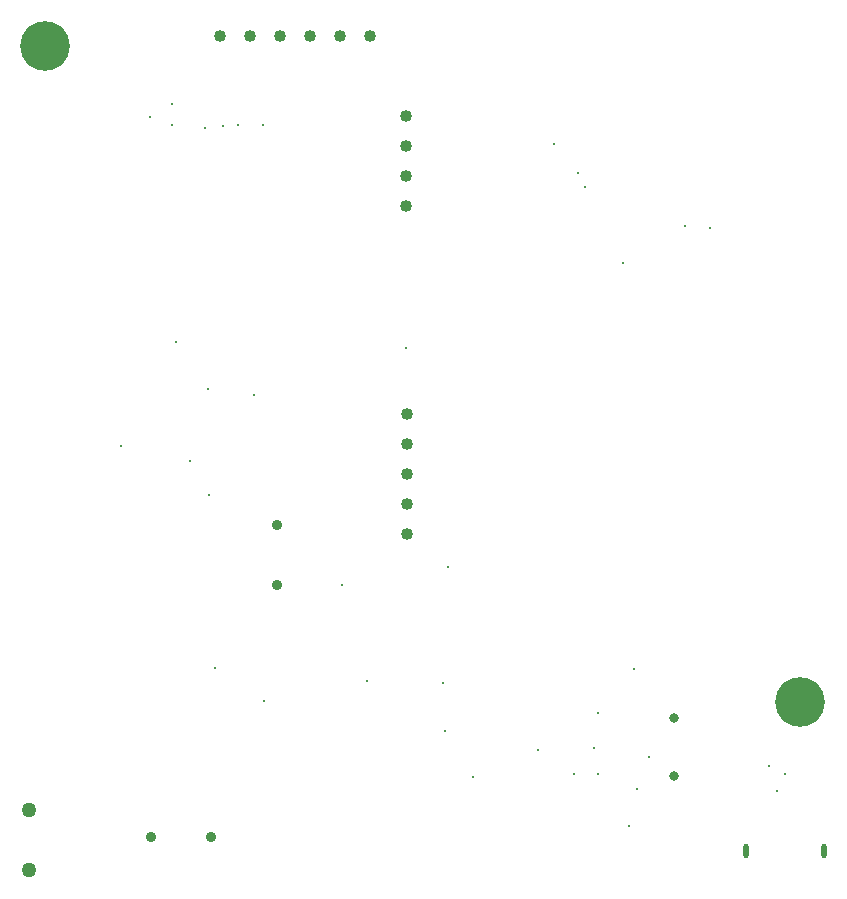
<source format=gbr>
%TF.GenerationSoftware,Altium Limited,Altium Designer,21.3.2 (30)*%
G04 Layer_Color=0*
%FSLAX24Y24*%
%MOIN*%
%TF.SameCoordinates,A906CF50-EBD2-4515-BF13-6977FA7C699A*%
%TF.FilePolarity,Positive*%
%TF.FileFunction,Plated,1,2,PTH,Drill*%
%TF.Part,Single*%
G01*
G75*
%TA.AperFunction,OtherDrill,Pad Free-Screw (3680mil,3130mil)*%
%ADD96C,0.1654*%
%TA.AperFunction,ComponentDrill*%
%ADD97C,0.0315*%
%TA.AperFunction,OtherDrill,Pad Free-Screw (1162mil,5316mil)*%
%ADD98C,0.1654*%
%TA.AperFunction,ComponentDrill*%
%ADD99C,0.0402*%
%ADD100O,0.0197X0.0472*%
%ADD101C,0.0354*%
%ADD102C,0.0500*%
%ADD103C,0.0354*%
%ADD104C,0.0402*%
%TA.AperFunction,ViaDrill,NotFilled*%
%ADD105C,0.0120*%
D96*
X36800Y31300D02*
D03*
D97*
X32600Y30779D02*
D03*
Y28850D02*
D03*
D98*
X11620Y53160D02*
D03*
D99*
X22450Y53500D02*
D03*
X21450D02*
D03*
X20450D02*
D03*
X19450D02*
D03*
X18450D02*
D03*
X17450D02*
D03*
D100*
X34978Y26350D02*
D03*
X37577D02*
D03*
D101*
X19350Y35200D02*
D03*
Y37200D02*
D03*
D102*
X11100Y25700D02*
D03*
Y27700D02*
D03*
D103*
X17150Y26800D02*
D03*
X15150D02*
D03*
D104*
X23650Y47850D02*
D03*
Y48850D02*
D03*
Y49850D02*
D03*
Y50850D02*
D03*
X23700Y36900D02*
D03*
Y37900D02*
D03*
Y38900D02*
D03*
Y39900D02*
D03*
Y40900D02*
D03*
D105*
X15850Y50550D02*
D03*
X15856Y51220D02*
D03*
X14140Y39840D02*
D03*
X29920Y29770D02*
D03*
X31350Y28400D02*
D03*
X31770Y29460D02*
D03*
X31250Y32400D02*
D03*
X30050Y30950D02*
D03*
Y28900D02*
D03*
X28050Y29700D02*
D03*
X29250Y28900D02*
D03*
X31090Y27160D02*
D03*
X25050Y35800D02*
D03*
X24956Y30344D02*
D03*
X24900Y31950D02*
D03*
X17040Y41750D02*
D03*
X18600Y41540D02*
D03*
X17100Y38200D02*
D03*
X30900Y45950D02*
D03*
X33800Y47100D02*
D03*
X28577Y49903D02*
D03*
X18050Y50550D02*
D03*
X17550Y50500D02*
D03*
X16950Y50450D02*
D03*
X29380Y48930D02*
D03*
X23650Y43090D02*
D03*
X35766Y29154D02*
D03*
X22340Y31990D02*
D03*
X17300Y32430D02*
D03*
X18880Y50520D02*
D03*
X15980Y43310D02*
D03*
X25894Y28800D02*
D03*
X36278Y28910D02*
D03*
X29610Y48480D02*
D03*
X32962Y47160D02*
D03*
X15136Y50787D02*
D03*
X36022Y28350D02*
D03*
X21530Y35210D02*
D03*
X18930Y31330D02*
D03*
X16460Y39320D02*
D03*
%TF.MD5,4365b2f25f79bed1a39fd8707f5345e1*%
M02*

</source>
